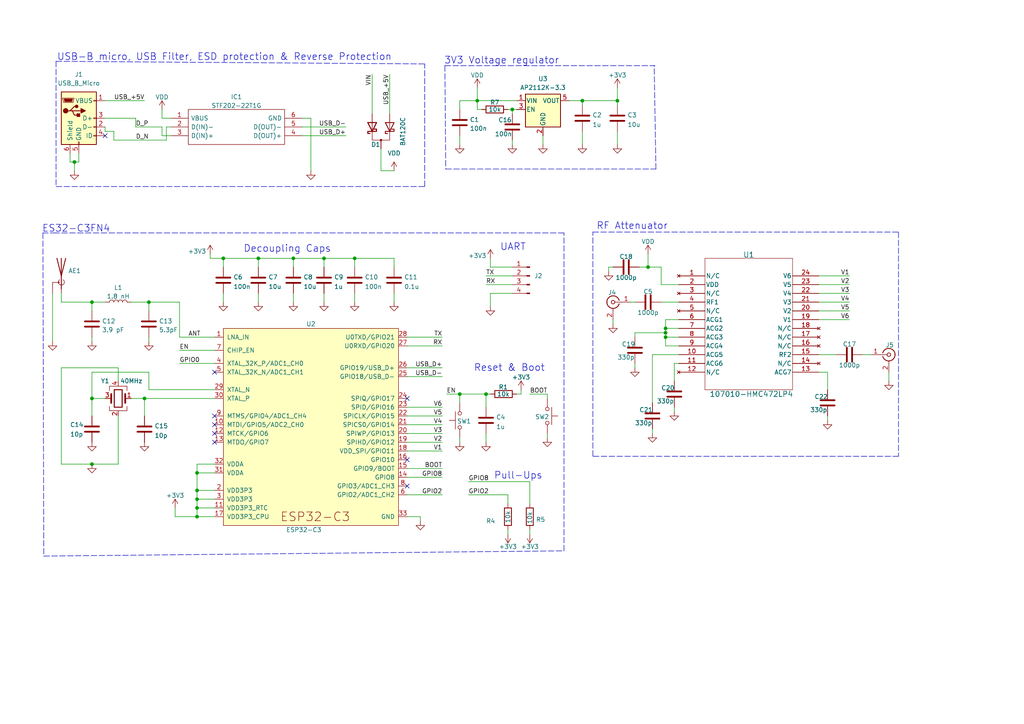
<source format=kicad_sch>
(kicad_sch (version 20250114) (generator "eeschema") (generator_version "9.0")
  (paper "A4")
  (title_block (title "Digital RF Attenuator") (date "05-01-2026") (company "Self"))
  (lib_symbols
    (symbol "Connector:Conn_01x04_Pin" (pin_names (offset 1.016) (hide yes))
      (property "Reference" "J" (at 0 5.08 0))
      (property "Value" "Conn_01x04_Pin" (at 0 -7.62 0))
      (symbol "Conn_01x04_Pin_1_1"
        (pin passive line (at 5.08 2.54 180) (length 3.81) (name "Pin_1") (number "1"))
        (pin passive line (at 5.08 0 180) (length 3.81) (name "Pin_2") (number "2"))
        (pin passive line (at 5.08 -2.54 180) (length 3.81) (name "Pin_3") (number "3"))
        (pin passive line (at 5.08 -5.08 180) (length 3.81) (name "Pin_4") (number "4"))
      )
    )
    (symbol "Connector:Conn_Coaxial" (pin_names (offset 1.016) (hide yes))
      (property "Reference" "J" (at 0.254 3.048 0))
      (property "Value" "Conn_Coaxial" (at 2.921 0 90))
      (symbol "Conn_Coaxial_1_1"
        (pin passive line (at -5.08 0 0) (length 2.54) (name "In") (number "1"))
        (pin passive line (at 0 -5.08 90) (length 2.54) (name "Ext") (number "2"))
      )
    )
    (symbol "Connector:USB_B_Micro" (pin_names (offset 1.016))
      (property "Reference" "J" (at -5.08 11.43 0))
      (property "Value" "USB_B_Micro" (at -5.08 8.89 0))
      (symbol "USB_B_Micro_1_1"
        (pin passive line (at -2.54 -10.16 90) (length 2.54) (name "Shield") (number "6"))
        (pin power_out line (at 0 -10.16 90) (length 2.54) (name "GND") (number "5"))
        (pin power_out line (at 7.62 5.08 180) (length 2.54) (name "VBUS") (number "1"))
        (pin bidirectional line (at 7.62 0 180) (length 2.54) (name "D+") (number "3"))
        (pin bidirectional line (at 7.62 -2.54 180) (length 2.54) (name "D-") (number "2"))
        (pin passive line (at 7.62 -5.08 180) (length 2.54) (name "ID") (number "4"))
      )
    )
    (symbol "Device:Antenna_Shield" (pin_numbers (hide yes)) (pin_names (offset 1.016) (hide yes))
      (property "Reference" "AE" (at -1.905 4.445 0))
      (property "Value" "Antenna_Shield" (at -1.905 2.54 0))
      (symbol "Antenna_Shield_1_1"
        (pin input line (at 0 -5.08 90) (length 2.54) (name "A") (number "1"))
        (pin input line (at 2.54 -5.08 90) (length 2.54) (name "Shield") (number "2"))
      )
    )
    (symbol "Device:C" (pin_numbers (hide yes)) (pin_names (offset 0.254))
      (property "Reference" "C" (at 0.635 2.54 0))
      (property "Value" "C" (at 0.635 -2.54 0))
      (symbol "C_1_1"
        (pin passive line (at 0 3.81 270) (length 2.794) (name "~") (number "1"))
        (pin passive line (at 0 -3.81 90) (length 2.794) (name "~") (number "2"))
      )
    )
    (symbol "Device:Crystal_GND24" (pin_names (offset 1.016) (hide yes))
      (property "Reference" "Y" (at 3.175 5.08 0))
      (property "Value" "Crystal_GND24" (at 3.175 3.175 0))
      (symbol "Crystal_GND24_1_1"
        (pin passive line (at -3.81 0 0) (length 1.27) (name "1") (number "1"))
        (pin passive line (at 0 5.08 270) (length 1.27) (name "2") (number "2"))
        (pin passive line (at 0 -5.08 90) (length 1.27) (name "4") (number "4"))
        (pin passive line (at 3.81 0 180) (length 1.27) (name "3") (number "3"))
      )
    )
    (symbol "Device:L" (pin_numbers (hide yes)) (pin_names (offset 1.016) (hide yes))
      (property "Reference" "L" (at -1.27 0 90))
      (property "Value" "L" (at 1.905 0 90))
      (symbol "L_1_1"
        (pin passive line (at 0 3.81 270) (length 1.27) (name "1") (number "1"))
        (pin passive line (at 0 -3.81 90) (length 1.27) (name "2") (number "2"))
      )
    )
    (symbol "Device:R" (pin_numbers (hide yes)) (pin_names (offset 0))
      (property "Reference" "R" (at 2.032 0 90))
      (property "Value" "R" (at 0 0 90))
      (symbol "R_1_1"
        (pin passive line (at 0 3.81 270) (length 1.27) (name "~") (number "1"))
        (pin passive line (at 0 -3.81 90) (length 1.27) (name "~") (number "2"))
      )
    )
    (symbol "Diode:C4D10120D" (pin_numbers (hide yes)) (pin_names (offset 1.016) (hide yes))
      (property "Reference" "D1" (at 0.0635 7.5098 0))
      (property "Value" "BAT120C" (at 0.0635 4.9729 0))
      (symbol "C4D10120D_1_1"
        (pin passive line (at -5.08 2.54 0) (length 2.54) (name "A1") (number "1"))
        (pin passive line (at -5.08 -2.54 0) (length 2.54) (name "A2") (number "3"))
        (pin passive line (at 5.08 0 180) (length 2.54) (name "K") (number "4"))
      )
    )
    (symbol "Espressif:ESP32-C3" (pin_names (offset 1.016))
      (property "Reference" "U" (at 0 31.75 0))
      (property "Value" "ESP32-C3" (at 0 -27.94 0))
      (symbol "ESP32-C3_0_0"
        (text "ESP32-C3" (at 1.27 -24.13 0) (effects (font (size 2.54 2.54))))
        (pin bidirectional line (at -27.94 27.94 0) (length 2.54) (name "LNA_IN") (number "1"))
        (pin input line (at -27.94 24.13 0) (length 2.54) (name "CHIP_EN") (number "7"))
        (pin output line (at -27.94 20.32 0) (length 2.54) (name "XTAL_32K_P/ADC1_CH0") (number "4"))
        (pin input line (at -27.94 17.78 0) (length 2.54) (name "XTAL_32K_N/ADC1_CH1") (number "5"))
        (pin output line (at -27.94 12.7 0) (length 2.54) (name "XTAL_N") (number "29"))
        (pin input line (at -27.94 10.16 0) (length 2.54) (name "XTAL_P") (number "30"))
        (pin bidirectional line (at -27.94 5.08 0) (length 2.54) (name "MTMS/GPIO4/ADC1_CH4") (number "9"))
        (pin bidirectional line (at -27.94 2.54 0) (length 2.54) (name "MTDI/GPIO5/ADC2_CH0") (number "10"))
        (pin bidirectional line (at -27.94 0 0) (length 2.54) (name "MTCK/GPIO6") (number "12"))
        (pin bidirectional line (at -27.94 -2.54 0) (length 2.54) (name "MTDO/GPIO7") (number "13"))
        (pin power_in line (at -27.94 -8.89 0) (length 2.54) (name "VDDA") (number "32"))
        (pin power_in line (at -27.94 -11.43 0) (length 2.54) (name "VDDA") (number "31"))
        (pin power_in line (at -27.94 -16.51 0) (length 2.54) (name "VDD3P3") (number "2"))
        (pin power_in line (at -27.94 -19.05 0) (length 2.54) (name "VDD3P3") (number "3"))
        (pin power_in line (at -27.94 -21.59 0) (length 2.54) (name "VDD3P3_RTC") (number "11"))
        (pin power_in line (at -27.94 -24.13 0) (length 2.54) (name "VDD3P3_CPU") (number "17"))
        (pin bidirectional line (at 27.94 27.94 180) (length 2.54) (name "U0TXD/GPIO21") (number "28"))
        (pin bidirectional line (at 27.94 25.4 180) (length 2.54) (name "U0RXD/GPIO20") (number "27"))
        (pin bidirectional line (at 27.94 19.05 180) (length 2.54) (name "GPIO19/USB_D+") (number "26"))
        (pin bidirectional line (at 27.94 16.51 180) (length 2.54) (name "GPIO18/USB_D-") (number "25"))
        (pin bidirectional line (at 27.94 10.16 180) (length 2.54) (name "SPIQ/GPIO17") (number "24"))
        (pin bidirectional line (at 27.94 7.62 180) (length 2.54) (name "SPID/GPIO16") (number "23"))
        (pin bidirectional line (at 27.94 5.08 180) (length 2.54) (name "SPICLK/GPIO15") (number "22"))
        (pin bidirectional line (at 27.94 2.54 180) (length 2.54) (name "SPICS0/GPIO14") (number "21"))
        (pin bidirectional line (at 27.94 0 180) (length 2.54) (name "SPIWP/GPIO13") (number "20"))
        (pin bidirectional line (at 27.94 -2.54 180) (length 2.54) (name "SPIHD/GPIO12") (number "19"))
        (pin bidirectional line (at 27.94 -5.08 180) (length 2.54) (name "VDD_SPI/GPIO11") (number "18"))
        (pin bidirectional line (at 27.94 -7.62 180) (length 2.54) (name "GPIO10") (number "16"))
        (pin bidirectional line (at 27.94 -10.16 180) (length 2.54) (name "GPIO9/BOOT") (number "15"))
        (pin bidirectional line (at 27.94 -12.7 180) (length 2.54) (name "GPIO8") (number "14"))
        (pin bidirectional line (at 27.94 -15.24 180) (length 2.54) (name "GPIO3/ADC1_CH3") (number "8"))
        (pin bidirectional line (at 27.94 -17.78 180) (length 2.54) (name "GPIO2/ADC1_CH2") (number "6"))
        (pin power_in line (at 27.94 -24.13 180) (length 2.54) (name "GND") (number "33"))
      )
    )
    (symbol "HMC472LP4:107010-HMC472LP4" (pin_names (offset 0.254))
      (property "Reference" "U" (at 20.32 10.16 0))
      (property "Value" "107010-HMC472LP4" (at 20.32 7.62 0))
      (symbol "107010-HMC472LP4_0_1"
        (pin no_connect line (at 0 0 0) (length 7.62) (name "N/C") (number "1"))
        (pin power_in line (at 0 -2.54 0) (length 7.62) (name "VDD") (number "2"))
        (pin no_connect line (at 0 -5.08 0) (length 7.62) (name "N/C") (number "3"))
        (pin bidirectional line (at 0 -7.62 0) (length 7.62) (name "RF1") (number "4"))
        (pin no_connect line (at 0 -10.16 0) (length 7.62) (name "N/C") (number "5"))
        (pin bidirectional line (at 0 -12.7 0) (length 7.62) (name "ACG1") (number "6"))
        (pin bidirectional line (at 0 -15.24 0) (length 7.62) (name "ACG2") (number "7"))
        (pin bidirectional line (at 0 -17.78 0) (length 7.62) (name "ACG3") (number "8"))
        (pin bidirectional line (at 0 -20.32 0) (length 7.62) (name "ACG4") (number "9"))
        (pin bidirectional line (at 0 -22.86 0) (length 7.62) (name "ACG5") (number "10"))
        (pin bidirectional line (at 0 -25.4 0) (length 7.62) (name "ACG6") (number "11"))
        (pin no_connect line (at 0 -27.94 0) (length 7.62) (name "N/C") (number "12"))
        (pin bidirectional line (at 40.64 0 180) (length 7.62) (name "V6") (number "24"))
        (pin bidirectional line (at 40.64 -2.54 180) (length 7.62) (name "V5") (number "23"))
        (pin bidirectional line (at 40.64 -5.08 180) (length 7.62) (name "V4") (number "22"))
        (pin bidirectional line (at 40.64 -7.62 180) (length 7.62) (name "V3") (number "21"))
        (pin bidirectional line (at 40.64 -10.16 180) (length 7.62) (name "V2") (number "20"))
        (pin bidirectional line (at 40.64 -12.7 180) (length 7.62) (name "V1") (number "19"))
        (pin no_connect line (at 40.64 -15.24 180) (length 7.62) (name "N/C") (number "18"))
        (pin no_connect line (at 40.64 -17.78 180) (length 7.62) (name "N/C") (number "17"))
        (pin no_connect line (at 40.64 -20.32 180) (length 7.62) (name "N/C") (number "16"))
        (pin bidirectional line (at 40.64 -22.86 180) (length 7.62) (name "RF2") (number "15"))
        (pin no_connect line (at 40.64 -25.4 180) (length 7.62) (name "N/C") (number "14"))
        (pin bidirectional line (at 40.64 -27.94 180) (length 7.62) (name "ACG7") (number "13"))
      )
    )
    (symbol "Regulator_Linear:AP2112K-3.3" (pin_names (offset 0.254))
      (property "Reference" "U" (at -5.08 5.715 0))
      (property "Value" "AP2112K-3.3" (at 0 5.715 0))
      (symbol "AP2112K-3.3_1_1"
        (pin power_in line (at -7.62 2.54 0) (length 2.54) (name "VIN") (number "1"))
        (pin input line (at -7.62 0 0) (length 2.54) (name "EN") (number "3"))
        (pin power_in line (at 0 -7.62 90) (length 2.54) (name "GND") (number "2"))
        (pin no_connect line (at 5.08 0 180) (length 2.54) (hide yes) (name "NC") (number "4"))
        (pin power_out line (at 7.62 2.54 180) (length 2.54) (name "VOUT") (number "5"))
      )
    )
    (symbol "STF202-22T1G_1" (pin_names (offset 0.762))
      (property "Reference" "IC1" (at 19.05 6.189 0))
      (property "Value" "STF202-22T1G" (at 19.05 3.6521 0))
      (symbol "STF202-22T1G_1_0_0"
        (pin passive line (at 0 0 0) (length 5.08) (name "VBUS") (number "1"))
        (pin passive line (at 38.1 0 180) (length 5.08) (name "GND") (number "6"))
      )
      (symbol "STF202-22T1G_1_1_0"
        (pin passive line (at 0 -2.54 0) (length 5.08) (name "D(IN)-") (number "2"))
        (pin passive line (at 0 -5.08 0) (length 5.08) (name "D(IN)+") (number "3"))
        (pin passive line (at 38.1 -2.54 180) (length 5.08) (name "D(OUT)-") (number "5"))
        (pin passive line (at 38.1 -5.08 180) (length 5.08) (name "D(OUT)+") (number "4"))
      )
    )
    (symbol "Switch:SW_Push" (pin_numbers (hide yes)) (pin_names (offset 1.016) (hide yes))
      (property "Reference" "SW" (at 1.27 2.54 0))
      (property "Value" "SW_Push" (at 0 -1.524 0))
      (symbol "SW_Push_0_1"
        (pin passive line (at -5.08 0 0) (length 2.54) (name "1") (number "1"))
        (pin passive line (at 5.08 0 180) (length 2.54) (name "2") (number "2"))
      )
    )
    (symbol "power:+3V3" (power) (pin_names (offset 0))
      (property "Value" "+3V3" (at 0 3.556 0))
      (symbol "+3V3_1_1"
        (pin power_in line (at 0 0 90) (length 0) (hide yes) (name "+3V3") (number "1"))
      )
    )
    (symbol "power:GND" (power) (pin_names (offset 0))
      (property "Value" "GND" (at 0 -3.81 0))
      (symbol "GND_1_1"
        (pin power_in line (at 0 0 270) (length 0) (hide yes) (name "GND") (number "1"))
      )
    )
    (symbol "power:VDD" (power) (pin_names (offset 0))
      (property "Value" "VDD" (at 0 3.81 0))
      (symbol "VDD_1_1"
        (pin power_in line (at 0 0 90) (length 0) (hide yes) (name "VDD") (number "1"))
      )
    )
  )
  (text "3V3 Voltage regulator" (at 128.778 18.796 0) (effects (font (size 2 2)) (justify left bottom)))
  (text "Reset & Boot" (at 137.414 107.95 0) (effects (font (size 2 2)) (justify left bottom)))
  (text "Decoupling Caps" (at 70.612 73.406 0) (effects (font (size 2 2)) (justify left bottom)))
  (text "UART" (at 145.034 72.898 0) (effects (font (size 2 2)) (justify left bottom)))
  (text "ES32-C3FN4" (at 12.192 67.564 0) (effects (font (size 2 2)) (justify left bottom)))
  (text "USB-B micro, USB Filter, ESD protection & Reverse Protection" (at 16.51 17.78 0) (effects (font (size 2 2)) (justify left bottom)))
  (text "RF Attenuator" (at 172.974 66.802 0) (effects (font (size 2 2)) (justify left bottom)))
  (text "Pull-Ups" (at 143.256 139.192 0) (effects (font (size 2 2)) (justify left bottom)))
  (junction (at 21.59 46.99))
  (junction (at 74.93 74.93))
  (junction (at 57.15 137.16))
  (junction (at 102.87 74.93))
  (junction (at 138.43 29.21))
  (junction (at 168.91 29.21))
  (junction (at 26.67 134.62))
  (junction (at 179.07 29.21))
  (junction (at 193.04 95.25))
  (junction (at 43.18 87.63))
  (junction (at 140.97 114.3))
  (junction (at 57.15 147.32))
  (junction (at 133.35 114.3))
  (junction (at 57.15 144.78))
  (junction (at 26.67 115.57))
  (junction (at 85.09 74.93))
  (junction (at 41.91 115.57))
  (junction (at 193.04 97.79))
  (junction (at 193.04 96.52))
  (junction (at 187.96 77.47))
  (junction (at 57.15 149.86))
  (junction (at 26.67 87.63))
  (junction (at 93.98 74.93))
  (junction (at 64.77 74.93))
  (junction (at 148.59 31.75))
  (junction (at 57.15 142.24))
  (no_connect (at 62.23 128.27))
  (no_connect (at 30.48 39.37))
  (no_connect (at 118.11 115.57))
  (no_connect (at 62.23 120.65))
  (no_connect (at 118.11 140.97))
  (no_connect (at 62.23 107.95))
  (no_connect (at 62.23 125.73))
  (no_connect (at 118.11 133.35))
  (no_connect (at 62.23 123.19))
  (wire (pts (xy 17.78 134.62) (xy 26.67 134.62)))
  (wire (pts (xy 90.17 34.29) (xy 90.17 49.53)))
  (wire (pts (xy 237.49 107.95) (xy 240.03 107.95)))
  (wire (pts (xy 57.15 134.62) (xy 62.23 134.62)))
  (wire (pts (xy 64.77 74.93) (xy 74.93 74.93)))
  (wire (pts (xy 110.49 43.18) (xy 110.49 49.53)))
  (wire (pts (xy 21.59 46.99) (xy 22.86 46.99)))
  (wire (pts (xy 41.91 115.57) (xy 62.23 115.57)))
  (wire (pts (xy 176.53 78.74) (xy 176.53 77.47)))
  (wire (pts (xy 107.95 21.59) (xy 107.95 33.02)))
  (wire (pts (xy 184.15 87.63) (xy 182.88 87.63)))
  (wire (pts (xy 138.43 25.4) (xy 138.43 29.21)))
  (wire (pts (xy 50.8 149.86) (xy 57.15 149.86)))
  (wire (pts (xy 22.86 46.99) (xy 22.86 44.45)))
  (wire (pts (xy 93.98 74.93) (xy 102.87 74.93)))
  (wire (pts (xy 62.23 149.86) (xy 57.15 149.86)))
  (wire (pts (xy 15.24 85.09) (xy 15.24 99.06)))
  (wire (pts (xy 176.53 77.47) (xy 177.8 77.47)))
  (wire (pts (xy 142.24 74.93) (xy 142.24 77.47)))
  (wire (pts (xy 168.91 29.21) (xy 179.07 29.21)))
  (wire (pts (xy 38.1 115.57) (xy 41.91 115.57)))
  (wire (pts (xy 46.99 31.75) (xy 46.99 34.29)))
  (wire (pts (xy 87.63 39.37) (xy 100.33 39.37)))
  (wire (pts (xy 114.3 49.53) (xy 110.49 49.53)))
  (wire (pts (xy 57.15 134.62) (xy 57.15 137.16)))
  (wire (pts (xy 121.92 149.86) (xy 118.11 149.86)))
  (wire (pts (xy 57.15 144.78) (xy 57.15 147.32)))
  (wire (pts (xy 240.03 107.95) (xy 240.03 113.03)))
  (wire (pts (xy 30.48 38.1) (xy 33.02 38.1)))
  (wire (pts (xy 257.81 107.95) (xy 257.81 110.49)))
  (wire (pts (xy 158.75 125.73) (xy 158.75 127)))
  (wire (pts (xy 34.29 120.65) (xy 34.29 134.62)))
  (wire (pts (xy 102.87 74.93) (xy 102.87 77.47)))
  (wire (pts (xy 20.32 44.45) (xy 20.32 46.99)))
  (wire (pts (xy 43.18 87.63) (xy 43.18 90.17)))
  (wire (pts (xy 138.43 31.75) (xy 138.43 29.21)))
  (wire (pts (xy 118.11 100.33) (xy 128.27 100.33)))
  (polyline (pts (xy 163.576 159.766) (xy 163.576 67.564)) (stroke (width 0) (type dash)))
  (wire (pts (xy 43.18 107.95) (xy 26.67 107.95)))
  (wire (pts (xy 87.63 36.83) (xy 100.33 36.83)))
  (wire (pts (xy 168.91 29.21) (xy 168.91 30.48)))
  (wire (pts (xy 237.49 90.17) (xy 246.38 90.17)))
  (wire (pts (xy 52.07 105.41) (xy 62.23 105.41)))
  (wire (pts (xy 114.3 74.93) (xy 114.3 77.47)))
  (wire (pts (xy 17.78 87.63) (xy 26.67 87.63)))
  (wire (pts (xy 39.37 36.83) (xy 46.99 36.83)))
  (wire (pts (xy 93.98 74.93) (xy 93.98 77.47)))
  (wire (pts (xy 148.59 31.75) (xy 148.59 33.02)))
  (wire (pts (xy 33.02 38.1) (xy 33.02 40.64)))
  (wire (pts (xy 85.09 74.93) (xy 93.98 74.93)))
  (wire (pts (xy 187.96 73.66) (xy 187.96 77.47)))
  (wire (pts (xy 142.24 77.47) (xy 148.59 77.47)))
  (polyline (pts (xy 123.19 54.102) (xy 123.19 18.542)) (stroke (width 0) (type dash)))
  (wire (pts (xy 57.15 144.78) (xy 62.23 144.78)))
  (wire (pts (xy 118.11 128.27) (xy 128.27 128.27)))
  (wire (pts (xy 49.53 39.37) (xy 46.99 39.37)))
  (wire (pts (xy 93.98 85.09) (xy 93.98 87.63)))
  (wire (pts (xy 142.24 85.09) (xy 142.24 88.9)))
  (polyline (pts (xy 190.246 49.022) (xy 189.738 19.05)) (stroke (width 0) (type dash)))
  (wire (pts (xy 195.58 105.41) (xy 196.85 105.41)))
  (wire (pts (xy 240.03 121.92) (xy 240.03 120.65)))
  (wire (pts (xy 46.99 34.29) (xy 49.53 34.29)))
  (polyline (pts (xy 171.958 132.334) (xy 171.958 67.31)) (stroke (width 0) (type dash)))
  (polyline (pts (xy 12.446 67.564) (xy 12.7 161.29)) (stroke (width 0) (type dash)))
  (wire (pts (xy 118.11 135.89) (xy 128.27 135.89)))
  (wire (pts (xy 41.91 115.57) (xy 41.91 120.65)))
  (wire (pts (xy 148.59 85.09) (xy 142.24 85.09)))
  (wire (pts (xy 147.32 143.51) (xy 147.32 146.05)))
  (polyline (pts (xy 260.604 67.31) (xy 260.604 132.334)) (stroke (width 0) (type dash)))
  (wire (pts (xy 26.67 107.95) (xy 26.67 115.57)))
  (wire (pts (xy 33.02 40.64) (xy 48.26 40.64)))
  (wire (pts (xy 185.42 77.47) (xy 187.96 77.47)))
  (polyline (pts (xy 16.256 67.564) (xy 12.446 67.564)) (stroke (width 0) (type dash)))
  (wire (pts (xy 102.87 74.93) (xy 114.3 74.93)))
  (wire (pts (xy 74.93 74.93) (xy 85.09 74.93)))
  (wire (pts (xy 191.77 87.63) (xy 196.85 87.63)))
  (polyline (pts (xy 16.256 17.78) (xy 16.256 53.594)) (stroke (width 0) (type dash)))
  (wire (pts (xy 113.03 21.59) (xy 113.03 33.02)))
  (wire (pts (xy 17.78 85.09) (xy 17.78 87.63)))
  (wire (pts (xy 179.07 38.1) (xy 179.07 41.91)))
  (wire (pts (xy 191.77 82.55) (xy 196.85 82.55)))
  (wire (pts (xy 26.67 134.62) (xy 34.29 134.62)))
  (polyline (pts (xy 12.7 161.29) (xy 163.576 159.766)) (stroke (width 0) (type dash)))
  (wire (pts (xy 135.89 143.51) (xy 147.32 143.51)))
  (wire (pts (xy 52.07 97.79) (xy 52.07 87.63)))
  (wire (pts (xy 237.49 102.87) (xy 242.57 102.87)))
  (wire (pts (xy 38.1 87.63) (xy 43.18 87.63)))
  (wire (pts (xy 237.49 92.71) (xy 246.38 92.71)))
  (wire (pts (xy 60.96 73.66) (xy 60.96 74.93)))
  (wire (pts (xy 118.11 125.73) (xy 128.27 125.73)))
  (wire (pts (xy 39.37 34.29) (xy 39.37 36.83)))
  (wire (pts (xy 148.59 40.64) (xy 148.59 41.91)))
  (wire (pts (xy 52.07 97.79) (xy 62.23 97.79)))
  (wire (pts (xy 57.15 142.24) (xy 62.23 142.24)))
  (wire (pts (xy 151.13 113.03) (xy 151.13 114.3)))
  (wire (pts (xy 133.35 127) (xy 133.35 128.27)))
  (wire (pts (xy 191.77 77.47) (xy 187.96 77.47)))
  (wire (pts (xy 140.97 125.73) (xy 140.97 128.27)))
  (wire (pts (xy 43.18 113.03) (xy 62.23 113.03)))
  (wire (pts (xy 133.35 29.21) (xy 138.43 29.21)))
  (wire (pts (xy 193.04 92.71) (xy 193.04 95.25)))
  (wire (pts (xy 179.07 29.21) (xy 179.07 30.48)))
  (wire (pts (xy 26.67 115.57) (xy 26.67 120.65)))
  (wire (pts (xy 133.35 114.3) (xy 140.97 114.3)))
  (wire (pts (xy 138.43 29.21) (xy 149.86 29.21)))
  (wire (pts (xy 191.77 77.47) (xy 191.77 82.55)))
  (wire (pts (xy 26.67 90.17) (xy 26.67 87.63)))
  (wire (pts (xy 46.99 39.37) (xy 46.99 36.83)))
  (wire (pts (xy 26.67 87.63) (xy 30.48 87.63)))
  (polyline (pts (xy 163.576 67.564) (xy 16.256 67.564)) (stroke (width 0) (type dash)))
  (wire (pts (xy 118.11 130.81) (xy 128.27 130.81)))
  (wire (pts (xy 168.91 38.1) (xy 168.91 41.91)))
  (wire (pts (xy 52.07 87.63) (xy 43.18 87.63)))
  (wire (pts (xy 133.35 114.3) (xy 133.35 116.84)))
  (wire (pts (xy 43.18 97.79) (xy 43.18 99.06)))
  (wire (pts (xy 138.43 31.75) (xy 139.7 31.75)))
  (wire (pts (xy 60.96 74.93) (xy 64.77 74.93)))
  (wire (pts (xy 193.04 97.79) (xy 193.04 100.33)))
  (wire (pts (xy 140.97 114.3) (xy 142.24 114.3)))
  (wire (pts (xy 158.75 114.3) (xy 158.75 115.57)))
  (wire (pts (xy 193.04 96.52) (xy 193.04 97.79)))
  (wire (pts (xy 153.67 139.7) (xy 135.89 139.7)))
  (wire (pts (xy 237.49 85.09) (xy 246.38 85.09)))
  (wire (pts (xy 57.15 149.86) (xy 57.15 147.32)))
  (wire (pts (xy 57.15 137.16) (xy 57.15 142.24)))
  (wire (pts (xy 133.35 29.21) (xy 133.35 31.75)))
  (wire (pts (xy 118.11 123.19) (xy 128.27 123.19)))
  (wire (pts (xy 118.11 138.43) (xy 128.27 138.43)))
  (wire (pts (xy 193.04 100.33) (xy 196.85 100.33)))
  (wire (pts (xy 148.59 31.75) (xy 149.86 31.75)))
  (wire (pts (xy 34.29 106.68) (xy 17.78 106.68)))
  (wire (pts (xy 43.18 113.03) (xy 43.18 107.95)))
  (wire (pts (xy 121.92 151.13) (xy 121.92 149.86)))
  (polyline (pts (xy 16.256 17.78) (xy 123.19 18.542)) (stroke (width 0) (type dash)))
  (wire (pts (xy 34.29 110.49) (xy 34.29 106.68)))
  (wire (pts (xy 151.13 114.3) (xy 149.86 114.3)))
  (wire (pts (xy 118.11 97.79) (xy 128.27 97.79)))
  (polyline (pts (xy 129.032 19.05) (xy 129.286 49.022)) (stroke (width 0) (type dash)))
  (wire (pts (xy 57.15 137.16) (xy 62.23 137.16)))
  (wire (pts (xy 114.3 85.09) (xy 114.3 87.63)))
  (wire (pts (xy 184.15 106.68) (xy 184.15 105.41)))
  (wire (pts (xy 193.04 95.25) (xy 193.04 96.52)))
  (wire (pts (xy 21.59 49.53) (xy 21.59 46.99)))
  (wire (pts (xy 153.67 154.94) (xy 153.67 153.67)))
  (wire (pts (xy 193.04 97.79) (xy 196.85 97.79)))
  (wire (pts (xy 26.67 97.79) (xy 26.67 99.06)))
  (wire (pts (xy 102.87 85.09) (xy 102.87 87.63)))
  (wire (pts (xy 140.97 114.3) (xy 140.97 118.11)))
  (wire (pts (xy 57.15 142.24) (xy 57.15 144.78)))
  (wire (pts (xy 193.04 95.25) (xy 196.85 95.25)))
  (wire (pts (xy 74.93 85.09) (xy 74.93 87.63)))
  (wire (pts (xy 237.49 87.63) (xy 246.38 87.63)))
  (wire (pts (xy 153.67 146.05) (xy 153.67 139.7)))
  (wire (pts (xy 195.58 119.38) (xy 195.58 118.11)))
  (wire (pts (xy 133.35 39.37) (xy 133.35 41.91)))
  (wire (pts (xy 184.15 96.52) (xy 193.04 96.52)))
  (wire (pts (xy 177.8 93.98) (xy 177.8 92.71)))
  (wire (pts (xy 74.93 74.93) (xy 74.93 77.47)))
  (polyline (pts (xy 260.604 132.334) (xy 171.958 132.334)) (stroke (width 0) (type dash)))
  (wire (pts (xy 20.32 46.99) (xy 21.59 46.99)))
  (wire (pts (xy 118.11 143.51) (xy 128.27 143.51)))
  (wire (pts (xy 49.53 36.83) (xy 48.26 36.83)))
  (wire (pts (xy 50.8 147.32) (xy 50.8 149.86)))
  (wire (pts (xy 140.97 82.55) (xy 148.59 82.55)))
  (wire (pts (xy 85.09 85.09) (xy 85.09 87.63)))
  (wire (pts (xy 195.58 110.49) (xy 195.58 105.41)))
  (wire (pts (xy 30.48 38.1) (xy 30.48 36.83)))
  (polyline (pts (xy 16.256 54.102) (xy 123.19 54.102)) (stroke (width 0) (type dash)))
  (wire (pts (xy 85.09 74.93) (xy 85.09 77.47)))
  (wire (pts (xy 118.11 109.22) (xy 128.27 109.22)))
  (wire (pts (xy 140.97 80.01) (xy 148.59 80.01)))
  (wire (pts (xy 237.49 80.01) (xy 246.38 80.01)))
  (wire (pts (xy 147.32 31.75) (xy 148.59 31.75)))
  (wire (pts (xy 168.91 29.21) (xy 165.1 29.21)))
  (wire (pts (xy 250.19 102.87) (xy 252.73 102.87)))
  (polyline (pts (xy 171.958 67.31) (xy 260.604 67.31)) (stroke (width 0) (type dash)))
  (wire (pts (xy 179.07 25.4) (xy 179.07 29.21)))
  (wire (pts (xy 62.23 147.32) (xy 57.15 147.32)))
  (wire (pts (xy 118.11 106.68) (xy 128.27 106.68)))
  (wire (pts (xy 30.48 34.29) (xy 39.37 34.29)))
  (wire (pts (xy 153.67 114.3) (xy 158.75 114.3)))
  (wire (pts (xy 87.63 34.29) (xy 90.17 34.29)))
  (wire (pts (xy 237.49 82.55) (xy 246.38 82.55)))
  (wire (pts (xy 189.23 125.73) (xy 189.23 124.46)))
  (wire (pts (xy 189.23 102.87) (xy 189.23 116.84)))
  (wire (pts (xy 30.48 29.21) (xy 41.91 29.21)))
  (wire (pts (xy 157.48 41.91) (xy 157.48 39.37)))
  (wire (pts (xy 52.07 101.6) (xy 62.23 101.6)))
  (wire (pts (xy 64.77 77.47) (xy 64.77 74.93)))
  (wire (pts (xy 129.54 114.3) (xy 133.35 114.3)))
  (wire (pts (xy 48.26 36.83) (xy 48.26 40.64)))
  (wire (pts (xy 64.77 85.09) (xy 64.77 87.63)))
  (wire (pts (xy 118.11 120.65) (xy 128.27 120.65)))
  (wire (pts (xy 196.85 92.71) (xy 193.04 92.71)))
  (wire (pts (xy 147.32 154.94) (xy 147.32 153.67)))
  (wire (pts (xy 184.15 97.79) (xy 184.15 96.52)))
  (polyline (pts (xy 129.032 19.05) (xy 189.992 19.05)) (stroke (width 0) (type dash)))
  (polyline (pts (xy 129.286 49.022) (xy 190.246 49.022)) (stroke (width 0) (type dash)))
  (wire (pts (xy 26.67 115.57) (xy 30.48 115.57)))
  (wire (pts (xy 118.11 118.11) (xy 128.27 118.11)))
  (wire (pts (xy 17.78 106.68) (xy 17.78 134.62)))
  (wire (pts (xy 196.85 102.87) (xy 189.23 102.87)))
  (label "USB_+5V" (at 113.03 21.59 270))
  (label "V1" (at 246.38 80.01 180))
  (label "D_P" (at 39.37 36.83 0))
  (label "V3" (at 128.27 125.73 180))
  (label "BOOT" (at 153.67 114.3 0))
  (label "USB_D+" (at 128.27 106.68 180))
  (label "VIN" (at 107.95 21.59 270))
  (label "GPIO0" (at 52.07 105.41 0))
  (label "EN" (at 52.07 101.6 0))
  (label "V6" (at 128.27 118.11 180))
  (label "GPIO2" (at 128.27 143.51 180))
  (label "TX" (at 140.97 80.01 0))
  (label "RX" (at 140.97 82.55 0))
  (label "V1" (at 128.27 130.81 180))
  (label "GPIO8" (at 135.89 139.7 0))
  (label "TX" (at 128.27 97.79 180))
  (label "V5" (at 246.38 90.17 180))
  (label "USB_D-" (at 128.27 109.22 180))
  (label "V6" (at 246.38 92.71 180))
  (label "USB_D-" (at 100.33 36.83 180))
  (label "V2" (at 246.38 82.55 180))
  (label "D_N" (at 39.37 40.64 0))
  (label "V2" (at 128.27 128.27 180))
  (label "EN" (at 129.54 114.3 0))
  (label "V4" (at 246.38 87.63 180))
  (label "V4" (at 128.27 123.19 180))
  (label "GPIO2" (at 135.89 143.51 0))
  (label "ANT" (at 54.61 97.79 0))
  (label "V3" (at 246.38 85.09 180))
  (label "USB_+5V" (at 41.91 29.21 180))
  (label "GPIO8" (at 128.27 138.43 180))
  (label "BOOT" (at 128.27 135.89 180))
  (label "RX" (at 128.27 100.33 180))
  (label "USB_D+" (at 100.33 39.37 180))
  (label "V5" (at 128.27 120.65 180))
  (symbol (lib_id "power:GND") (at 176.53 78.74 0) (unit 1)
    (property "Reference" "#PWR038" (effects (hide yes)))
    (property "Value" "GND" (effects (hide yes)))
  )
  (symbol (lib_id "Device:C") (at 140.97 121.92 0) (unit 1)
    (property "Reference" "C4" (at 143.891 121.0115 0) (effects (justify left)))
    (property "Value" "1u" (at 143.891 123.7866 0) (effects (justify left)))
    (property "Footprint" "Capacitor_SMD:C_0603_1608Metric" (effects (hide yes)))
    (property "Datasheet" "https://www.tme.eu/Document/4a42202b32dab16128fe107dd69598cc/samsung-chip-cap.pdf" (effects (hide yes)))
    (property "Distributor" "https://www.tme.eu/cz/details/cl10a105kp8nnnc/kondenzatory-mlcc-smd-0603/samsung/" (effects (hide yes)))
  )
  (symbol (lib_id "Device:C") (at 26.67 93.98 0) (unit 1)
    (property "Reference" "C12" (at 29.591 93.1453 0) (effects (justify left)))
    (property "Value" "3.9 pF" (at 29.591 95.6822 0) (effects (justify left)))
    (property "Footprint" "Capacitor_SMD:C_0603_1608Metric" (effects (hide yes)))
    (property "Datasheet" "https://cz.mouser.com/datasheet/2/281/1/GRM1885C2A3R9BA01_01A-1985303.pdf" (effects (hide yes)))
    (property "Distributor" "https://cz.mouser.com/ProductDetail/Murata-Electronics/GRM1885C2A3R9BA01D?qs=4W3PNmGdEWEmpDv2WaSz6Q%3D%3D" (effects (hide yes)))
  )
  (symbol (lib_id "Device:C") (at 168.91 34.29 0) (unit 1)
    (property "Reference" "C2" (at 171.831 33.3815 0) (effects (justify left)))
    (property "Value" "1u" (at 171.831 36.1566 0) (effects (justify left)))
    (property "Footprint" "Capacitor_SMD:C_0603_1608Metric" (effects (hide yes)))
    (property "Datasheet" "https://www.tme.eu/Document/4a42202b32dab16128fe107dd69598cc/samsung-chip-cap.pdf" (effects (hide yes)))
    (property "Distributor" "https://www.tme.eu/cz/details/cl10a105kp8nnnc/kondenzatory-mlcc-smd-0603/samsung/" (effects (hide yes)))
  )
  (symbol (lib_id "power:VDD") (at 114.3 49.53 0) (unit 1)
    (property "Reference" "#PWR035" (effects (hide yes)))
    (property "Value" "VDD" (at 114.3 44.45 0))
  )
  (symbol (lib_id "power:+3V3") (at 50.8 147.32 0) (unit 1)
    (property "Reference" "#PWR031" (effects (hide yes)))
    (property "Value" "+3V3" (at 50.8 143.7155 0))
  )
  (symbol (lib_id "power:GND") (at 133.35 128.27 0) (unit 1)
    (property "Reference" "#PWR013" (effects (hide yes)))
    (property "Value" "GND" (effects (hide yes)))
  )
  (symbol (lib_id "power:GND") (at 43.18 99.06 0) (unit 1)
    (property "Reference" "#PWR026" (effects (hide yes)))
    (property "Value" "GND" (effects (hide yes)))
  )
  (symbol (lib_id "Device:C") (at 195.58 114.3 0) (unit 1)
    (property "Reference" "C20" (at 191.77 112.522 0) (effects (justify left)))
    (property "Value" "330p" (at 190.5 116.332 0) (effects (justify left)))
    (property "Footprint" "Capacitor_SMD:C_0603_1608Metric" (effects (hide yes)))
    (property "Datasheet" "https://www.tme.eu/Document/4a42202b32dab16128fe107dd69598cc/samsung-chip-cap.pdf" (effects (hide yes)))
    (property "Distributor" "https://www.tme.eu/cz/details/cl10a105kp8nnnc/kondenzatory-mlcc-smd-0603/samsung/" (effects (hide yes)))
  )
  (symbol (lib_id "HMC472LP4:107010-HMC472LP4") (at 196.85 80.01 0) (unit 1)
    (property "Reference" "U1" (at 217.17 73.914 0) (effects (font (size 1.524 1.524))))
    (property "Value" "107010-HMC472LP4" (at 217.932 114.3 0) (effects (font (size 1.524 1.524))))
    (property "Footprint" "HMC472LP4:SMT_24_ADI" (effects (hide yes)))
    (property "Datasheet" "107010-HMC472LP4" (effects (hide yes)))
  )
  (symbol (lib_id "Device:C") (at 246.38 102.87 90) (unit 1)
    (property "Reference" "C17" (at 246.38 99.822 90))
    (property "Value" "1000p" (at 246.38 105.918 90))
    (property "Footprint" "Capacitor_SMD:C_0603_1608Metric" (effects (hide yes)))
    (property "Datasheet" "https://www.tme.eu/Document/4a42202b32dab16128fe107dd69598cc/samsung-chip-cap.pdf" (effects (hide yes)))
    (property "Distributor" "https://www.tme.eu/cz/details/cl10a105kp8nnnc/kondenzatory-mlcc-smd-0603/samsung/" (effects (hide yes)))
  )
  (symbol (lib_id "power:GND") (at 158.75 127 0) (unit 1)
    (property "Reference" "#PWR015" (effects (hide yes)))
    (property "Value" "GND" (effects (hide yes)))
  )
  (symbol (lib_id "power:GND") (at 184.15 106.68 0) (unit 1)
    (property "Reference" "#PWR039" (effects (hide yes)))
    (property "Value" "GND" (effects (hide yes)))
  )
  (symbol (lib_id "power:GND") (at 148.59 41.91 0) (unit 1)
    (property "Reference" "#PWR027" (effects (hide yes)))
    (property "Value" "GND" (effects (hide yes)))
  )
  (symbol (lib_id "Device:R") (at 146.05 114.3 90) (unit 1)
    (property "Reference" "R1" (at 147.32 112.268 90) (effects (justify left)))
    (property "Value" "10k" (at 147.828 114.3 90) (effects (justify left)))
    (property "Footprint" "Resistor_SMD:R_0603_1608Metric" (effects (hide yes)))
    (property "Datasheet" "https://www.tme.eu/Document/b315665a56acbc42df513c99b390ad98/ROYALOHM-THICKFILM.pdf" (effects (hide yes)))
    (property "Distributor" "https://www.tme.eu/cz/details/smd0603-10k-1%25/rezistory-smd-0603/royal-ohm/0603saf1002t5e/" (effects (hide yes)))
  )
  (symbol (lib_id "Device:Antenna_Shield") (at 17.78 80.01 0) (mirror y) (unit 1)
    (property "Reference" "AE1" (at 19.812 78.5403 0) (effects (justify right)))
    (property "Value" "Antenna_Shield" (effects (hide yes)))
    (property "Footprint" "MIFA_PCB_ANT:ESPRESSIF_ESP32_MIFA_2.4GHz_Right" (effects (hide yes)))
  )
  (symbol (lib_id "Device:Crystal_GND24") (at 34.29 115.57 180) (unit 1)
    (property "Reference" "Y1" (at 30.48 110.49 0))
    (property "Value" "40MHz" (at 38.1 110.49 0))
    (property "Footprint" "Crystal:Crystal_SMD_2016-4Pin_2.0x1.6mm" (effects (hide yes)))
    (property "Datasheet" "https://cz.mouser.com/datasheet/2/122/ECX_1637B2-2400564.pdf" (effects (hide yes)))
    (property "Distributor" "https://cz.mouser.com/ProductDetail/ECS/ECS-400-8-37B2-CWY-TR?qs=aP1CjGhiNiFyo49lyBnESg%3D%3D" (effects (hide yes)))
  )
  (symbol (lib_id "Device:C") (at 43.18 93.98 0) (unit 1)
    (property "Reference" "C13" (at 46.101 93.1453 0) (effects (justify left)))
    (property "Value" "5.3pF" (at 46.101 95.6822 0) (effects (justify left)))
    (property "Footprint" "Capacitor_SMD:C_0603_1608Metric" (effects (hide yes)))
    (property "Datasheet" "https://cz.mouser.com/datasheet/2/281/GCM1885C1H5R3BA16_01-1965865.pdf" (effects (hide yes)))
    (property "Distributor" "https://cz.mouser.com/ProductDetail/Murata-Electronics/GCM1885C1H5R3BA16D?qs=QzBtWTOodeXo%2FHeCEuhFGA%3D%3D" (effects (hide yes)))
  )
  (symbol (lib_id "power:GND") (at 26.67 134.62 0) (unit 1)
    (property "Reference" "#PWR029" (effects (hide yes)))
    (property "Value" "GND" (effects (hide yes)))
  )
  (symbol (lib_id "power:GND") (at 85.09 87.63 0) (unit 1)
    (property "Reference" "#PWR020" (effects (hide yes)))
    (property "Value" "GND" (effects (hide yes)))
  )
  (symbol (lib_id "power:+3V3") (at 142.24 74.93 0) (unit 1)
    (property "Reference" "#PWR011" (effects (hide yes)))
    (property "Value" "+3V3" (at 138.43 74.168 0))
  )
  (symbol (lib_id "power:GND") (at 21.59 49.53 0) (unit 1)
    (property "Reference" "#PWR04" (effects (hide yes)))
    (property "Value" "GND" (effects (hide yes)))
  )
  (symbol (lib_id "Device:C") (at 179.07 34.29 0) (unit 1)
    (property "Reference" "C3" (at 181.991 33.3815 0) (effects (justify left)))
    (property "Value" "10u" (at 181.991 36.1566 0) (effects (justify left)))
    (property "Footprint" "Capacitor_SMD:C_0603_1608Metric" (effects (hide yes)))
    (property "Datasheet" "https://www.tme.eu/Document/4a42202b32dab16128fe107dd69598cc/samsung-chip-cap.pdf" (effects (hide yes)))
    (property "Distributor" "https://www.tme.eu/cz/details/cl10a106mq8nnnc/kondenzatory-mlcc-smd-0603/samsung/" (effects (hide yes)))
  )
  (symbol (lib_id "power:GND") (at 26.67 99.06 0) (unit 1)
    (property "Reference" "#PWR025" (effects (hide yes)))
    (property "Value" "GND" (effects (hide yes)))
  )
  (symbol (lib_id "power:GND") (at 157.48 41.91 0) (unit 1)
    (property "Reference" "#PWR07" (effects (hide yes)))
    (property "Value" "GND" (effects (hide yes)))
  )
  (symbol (lib_id "Device:C") (at 74.93 81.28 0) (unit 1)
    (property "Reference" "C7" (at 77.851 80.3715 0) (effects (justify left)))
    (property "Value" "10u" (at 77.851 83.1466 0) (effects (justify left)))
    (property "Footprint" "Capacitor_SMD:C_0603_1608Metric" (effects (hide yes)))
    (property "Datasheet" "https://www.tme.eu/Document/4a42202b32dab16128fe107dd69598cc/samsung-chip-cap.pdf" (effects (hide yes)))
    (property "Distributor" "https://www.tme.eu/cz/details/cl10a106mq8nnnc/kondenzatory-mlcc-smd-0603/samsung/" (effects (hide yes)))
  )
  (symbol (lib_id "Connector:Conn_01x04_Pin") (at 153.67 80.01 0) (mirror y) (unit 1)
    (property "Reference" "J2" (at 154.94 80.0099 0) (effects (justify right)))
    (property "Value" "Conn_01x04_Pin" (effects (hide yes)))
    (property "Footprint" "Connector_PinHeader_2.54mm:PinHeader_1x04_P2.54mm_Vertical" (effects (hide yes)))
    (property "Description" "Generic connector, single row, 01x04, script generated" (effects (hide yes)))
  )
  (symbol (lib_id "Regulator_Linear:AP2112K-3.3") (at 157.48 31.75 0) (unit 1)
    (property "Reference" "U3" (at 157.48 22.86 0))
    (property "Value" "AP2112K-3.3" (at 157.48 25.4 0))
    (property "Footprint" "Package_TO_SOT_SMD:SOT-23-5" (effects (hide yes)))
    (property "Datasheet" "https://www.diodes.com/assets/Datasheets/AP2112.pdf" (effects (hide yes)))
    (property "Description" "600mA low dropout linear regulator, with enable pin, 3.8V-6V input voltage range, 3.3V fixed positive output, SOT-23-5" (effects (hide yes)))
  )
  (symbol (lib_id "power:GND") (at 240.03 121.92 0) (unit 1)
    (property "Reference" "#PWR042" (effects (hide yes)))
    (property "Value" "GND" (effects (hide yes)))
  )
  (symbol (lib_id "power:GND") (at 114.3 87.63 0) (unit 1)
    (property "Reference" "#PWR023" (effects (hide yes)))
    (property "Value" "GND" (effects (hide yes)))
  )
  (symbol (lib_id "Device:C") (at 93.98 81.28 0) (unit 1)
    (property "Reference" "C9" (at 96.901 80.3715 0) (effects (justify left)))
    (property "Value" "1u" (at 96.901 83.1466 0) (effects (justify left)))
    (property "Footprint" "Capacitor_SMD:C_0603_1608Metric" (effects (hide yes)))
    (property "Datasheet" "https://www.tme.eu/Document/4a42202b32dab16128fe107dd69598cc/samsung-chip-cap.pdf" (effects (hide yes)))
    (property "Distributor" "https://www.tme.eu/cz/details/cl10a105kp8nnnc/kondenzatory-mlcc-smd-0603/samsung/" (effects (hide yes)))
  )
  (symbol (lib_id "power:GND") (at 189.23 125.73 0) (unit 1)
    (property "Reference" "#PWR041" (effects (hide yes)))
    (property "Value" "GND" (effects (hide yes)))
  )
  (symbol (lib_id "power:GND") (at 142.24 88.9 0) (unit 1)
    (property "Reference" "#PWR012" (effects (hide yes)))
    (property "Value" "GND" (effects (hide yes)))
  )
  (symbol (lib_id "power:GND") (at 41.91 128.27 0) (unit 1)
    (property "Reference" "#PWR030" (effects (hide yes)))
    (property "Value" "GND" (effects (hide yes)))
  )
  (symbol (lib_id "power:GND") (at 257.81 110.49 0) (mirror y) (unit 1)
    (property "Reference" "#PWR037" (effects (hide yes)))
    (property "Value" "GND" (effects (hide yes)))
  )
  (symbol (lib_id "power:+3V3") (at 179.07 25.4 0) (unit 1)
    (property "Reference" "#PWR03" (effects (hide yes)))
    (property "Value" "+3V3" (at 179.07 21.7955 0))
  )
  (symbol (lib_id "power:VDD") (at 46.99 31.75 0) (unit 1)
    (property "Reference" "#PWR010" (effects (hide yes)))
    (property "Value" "VDD" (at 46.99 28.1742 0))
  )
  (symbol (lib_id "power:GND") (at 90.17 49.53 0) (unit 1)
    (property "Reference" "#PWR05" (effects (hide yes)))
    (property "Value" "GND" (effects (hide yes)))
  )
  (symbol (lib_id "power:GND") (at 64.77 87.63 0) (unit 1)
    (property "Reference" "#PWR018" (effects (hide yes)))
    (property "Value" "GND" (effects (hide yes)))
  )
  (symbol (lib_id "Device:C") (at 102.87 81.28 0) (unit 1)
    (property "Reference" "C10" (at 105.791 80.3715 0) (effects (justify left)))
    (property "Value" "100n" (at 105.791 83.1466 0) (effects (justify left)))
    (property "Footprint" "Capacitor_SMD:C_0603_1608Metric" (effects (hide yes)))
    (property "Datasheet" "https://www.tme.eu/Document/eac76591771de967084b3ec49540f236/CL10B104KB8NNNC-DTE.pdf" (effects (hide yes)))
    (property "Distributor" "https://www.tme.eu/cz/details/cl10b104kb8nnnc/kondenzatory-mlcc-smd-0603/samsung/" (effects (hide yes)))
  )
  (symbol (lib_id "Device:C") (at 41.91 124.46 0) (unit 1)
    (property "Reference" "C15" (at 44.831 123.5515 0) (effects (justify left)))
    (property "Value" "10p" (at 44.831 126.3266 0) (effects (justify left)))
    (property "Footprint" "Capacitor_SMD:C_0603_1608Metric" (effects (hide yes)))
    (property "Datasheet" "https://www.tme.eu/Document/7da762c1dbaf553c64ad9c40d3603826/mlcc_samsung.pdf" (effects (hide yes)))
    (property "Distributor" "https://www.tme.eu/cz/details/cl10c100jb8nnnc/kondenzatory-mlcc-smd-0603/samsung/" (effects (hide yes)))
  )
  (symbol (lib_id "Device:C") (at 240.03 116.84 0) (unit 1)
    (property "Reference" "C22" (at 236.22 115.062 0) (effects (justify left)))
    (property "Value" "330p" (at 234.95 118.872 0) (effects (justify left)))
    (property "Footprint" "Capacitor_SMD:C_0603_1608Metric" (effects (hide yes)))
    (property "Datasheet" "https://www.tme.eu/Document/4a42202b32dab16128fe107dd69598cc/samsung-chip-cap.pdf" (effects (hide yes)))
    (property "Distributor" "https://www.tme.eu/cz/details/cl10a105kp8nnnc/kondenzatory-mlcc-smd-0603/samsung/" (effects (hide yes)))
  )
  (symbol (lib_id "Connector:Conn_Coaxial") (at 257.81 102.87 0) (unit 1)
    (property "Reference" "J5" (at 258.064 100.076 0))
    (property "Value" "Conn_Coaxial" (effects (hide yes)))
    (property "Footprint" "Connector_Coaxial:SMA_Samtec_SMA-J-P-H-ST-EM1_EdgeMount" (effects (hide yes)))
    (property "Description" "coaxial connector (BNC, SMA, SMB, SMC, Cinch/RCA, LEMO, ...)" (effects (hide yes)))
  )
  (symbol (lib_id "Connector:Conn_Coaxial") (at 177.8 87.63 0) (mirror y) (unit 1)
    (property "Reference" "J4" (at 177.546 84.836 0))
    (property "Value" "Conn_Coaxial" (effects (hide yes)))
    (property "Footprint" "Connector_Coaxial:SMA_Samtec_SMA-J-P-H-ST-EM1_EdgeMount" (effects (hide yes)))
    (property "Description" "coaxial connector (BNC, SMA, SMB, SMC, Cinch/RCA, LEMO, ...)" (effects (hide yes)))
  )
  (symbol (lib_id "power:GND") (at 140.97 128.27 0) (unit 1)
    (property "Reference" "#PWR014" (effects (hide yes)))
    (property "Value" "GND" (effects (hide yes)))
  )
  (symbol (lib_id "power:GND") (at 168.91 41.91 0) (unit 1)
    (property "Reference" "#PWR08" (effects (hide yes)))
    (property "Value" "GND" (effects (hide yes)))
  )
  (symbol (lib_id "Device:C") (at 85.09 81.28 0) (unit 1)
    (property "Reference" "C8" (at 88.011 80.3715 0) (effects (justify left)))
    (property "Value" "10u" (at 88.011 83.1466 0) (effects (justify left)))
    (property "Footprint" "Capacitor_SMD:C_0603_1608Metric" (effects (hide yes)))
    (property "Datasheet" "https://www.tme.eu/Document/4a42202b32dab16128fe107dd69598cc/samsung-chip-cap.pdf" (effects (hide yes)))
    (property "Distributor" "https://www.tme.eu/cz/details/cl10a106mq8nnnc/kondenzatory-mlcc-smd-0603/samsung/" (effects (hide yes)))
  )
  (symbol (lib_id "power:GND") (at 74.93 87.63 0) (unit 1)
    (property "Reference" "#PWR019" (effects (hide yes)))
    (property "Value" "GND" (effects (hide yes)))
  )
  (symbol (lib_id "Device:C") (at 187.96 87.63 90) (unit 1)
    (property "Reference" "C5" (at 187.96 84.582 90))
    (property "Value" "1000p" (at 187.96 90.678 90))
    (property "Footprint" "Capacitor_SMD:C_0603_1608Metric" (effects (hide yes)))
    (property "Datasheet" "https://www.tme.eu/Document/4a42202b32dab16128fe107dd69598cc/samsung-chip-cap.pdf" (effects (hide yes)))
    (property "Distributor" "https://www.tme.eu/cz/details/cl10a105kp8nnnc/kondenzatory-mlcc-smd-0603/samsung/" (effects (hide yes)))
  )
  (symbol (lib_id "power:GND") (at 102.87 87.63 0) (unit 1)
    (property "Reference" "#PWR022" (effects (hide yes)))
    (property "Value" "GND" (effects (hide yes)))
  )
  (symbol (lib_id "power:GND") (at 15.24 99.06 0) (unit 1)
    (property "Reference" "#PWR024" (effects (hide yes)))
    (property "Value" "GND" (effects (hide yes)))
  )
  (symbol (lib_id "power:GND") (at 177.8 93.98 0) (unit 1)
    (property "Reference" "#PWR036" (effects (hide yes)))
    (property "Value" "GND" (effects (hide yes)))
  )
  (symbol (lib_id "Device:R") (at 153.67 149.86 0) (mirror x) (unit 1)
    (property "Reference" "R5" (at 155.448 150.6947 0) (effects (justify left)))
    (property "Value" "10k" (at 153.67 148.336 90) (effects (justify left)))
    (property "Footprint" "Resistor_SMD:R_0603_1608Metric" (effects (hide yes)))
    (property "Datasheet" "https://www.tme.eu/Document/b315665a56acbc42df513c99b390ad98/ROYALOHM-THICKFILM.pdf" (effects (hide yes)))
    (property "Distributor" "https://www.tme.eu/cz/details/smd0603-10k-1%25/rezistory-smd-0603/royal-ohm/0603saf1002t5e/" (effects (hide yes)))
  )
  (symbol (lib_id "Connector:USB_B_Micro") (at 22.86 34.29 0) (unit 1)
    (property "Reference" "J1" (at 22.86 21.59 0))
    (property "Value" "USB_B_Micro" (at 22.86 24.13 0))
    (property "Footprint" "Connector_USB:USB_Micro-B_GCT_USB3076-30-A" (effects (hide yes)))
    (property "Description" "USB Micro Type B connector" (effects (hide yes)))
  )
  (symbol (lib_id "power:GND") (at 195.58 119.38 0) (unit 1)
    (property "Reference" "#PWR040" (effects (hide yes)))
    (property "Value" "GND" (effects (hide yes)))
  )
  (symbol (lib_id "power:+3V3") (at 147.32 154.94 0) (mirror x) (unit 1)
    (property "Reference" "#PWR033" (effects (hide yes)))
    (property "Value" "+3V3" (at 147.32 158.5445 0))
  )
  (symbol (lib_name "STF202-22T1G_1") (lib_id "STF202-22T1G:STF202-22T1G") (at 49.53 34.29 0) (unit 1)
    (property "Reference" "IC1" (at 68.58 28.101 0))
    (property "Value" "STF202-22T1G" (at 68.58 30.6379 0))
    (property "Footprint" "STF202:SOT95P275X110-6N" (effects (hide yes)))
    (property "Datasheet" "http://www.onsemi.com/pub/Collateral/STF202-22T1-D.PDF" (effects (hide yes)))
    (property "Description" "USB Filter with ESD Protection" (effects (hide yes)))
    (property "Height" "1.1" (effects (hide yes)))
    (property "Manufacturer_Name" "onsemi" (effects (hide yes)))
    (property "Manufacturer_Part_Number" "STF202-22T1G" (effects (hide yes)))
    (property "Mouser Part Number" "863-STF202-22T1G" (effects (hide yes)))
    (property "Mouser Price/Stock" "https://www.mouser.co.uk/ProductDetail/onsemi/STF202-22T1G?qs=xZq1yRCsb1dM1UQ1NtNRtw%3D%3D" (effects (hide yes)))
    (property "Arrow Part Number" "STF202-22T1G" (effects (hide yes)))
    (property "Arrow Price/Stock" "https://www.arrow.com/en/products/stf202-22t1g/on-semiconductor?region=nac" (effects (hide yes)))
  )
  (symbol (lib_id "power:+3V3") (at 153.67 154.94 0) (mirror x) (unit 1)
    (property "Reference" "#PWR034" (effects (hide yes)))
    (property "Value" "+3V3" (at 153.67 158.5445 0))
  )
  (symbol (lib_id "Device:C") (at 189.23 120.65 0) (unit 1)
    (property "Reference" "C21" (at 185.42 118.872 0) (effects (justify left)))
    (property "Value" "330p" (at 184.15 122.682 0) (effects (justify left)))
    (property "Footprint" "Capacitor_SMD:C_0603_1608Metric" (effects (hide yes)))
    (property "Datasheet" "https://www.tme.eu/Document/4a42202b32dab16128fe107dd69598cc/samsung-chip-cap.pdf" (effects (hide yes)))
    (property "Distributor" "https://www.tme.eu/cz/details/cl10a105kp8nnnc/kondenzatory-mlcc-smd-0603/samsung/" (effects (hide yes)))
  )
  (symbol (lib_id "Switch:SW_Push") (at 158.75 120.65 270) (unit 1)
    (property "Reference" "SW2" (at 155.194 120.904 90) (effects (justify left)))
    (property "Value" "SW_Push" (effects (hide yes)))
    (property "Footprint" "Button_Switch_SMD:SW_SPST_PTS810" (effects (hide yes)))
    (property "Datasheet" "https://www.tme.eu/Document/98fa93f47ca1a241b7a383f277912019/PTS830GG140GSMTRLF.PDF" (effects (hide yes)))
    (property "Distributor" "https://www.tme.eu/cz/details/pts830gm140smtrlfs/mikrospinace-tact/c-k/" (effects (hide yes)))
  )
  (symbol (lib_id "power:GND") (at 133.35 41.91 0) (unit 1)
    (property "Reference" "#PWR06" (effects (hide yes)))
    (property "Value" "GND" (effects (hide yes)))
  )
  (symbol (lib_id "Device:C") (at 64.77 81.28 0) (unit 1)
    (property "Reference" "C6" (at 67.691 80.3715 0) (effects (justify left)))
    (property "Value" "100n" (at 67.691 83.1466 0) (effects (justify left)))
    (property "Footprint" "Capacitor_SMD:C_0603_1608Metric" (effects (hide yes)))
    (property "Datasheet" "https://www.tme.eu/Document/eac76591771de967084b3ec49540f236/CL10B104KB8NNNC-DTE.pdf" (effects (hide yes)))
    (property "Distributor" "https://www.tme.eu/cz/details/cl10b104kb8nnnc/kondenzatory-mlcc-smd-0603/samsung/" (effects (hide yes)))
  )
  (symbol (lib_id "power:GND") (at 121.92 151.13 0) (unit 1)
    (property "Reference" "#PWR032" (effects (hide yes)))
    (property "Value" "GND" (effects (hide yes)))
  )
  (symbol (lib_id "Device:C") (at 133.35 35.56 0) (unit 1)
    (property "Reference" "C1" (at 136.271 34.7253 0) (effects (justify left)))
    (property "Value" "100n" (at 136.271 37.2622 0) (effects (justify left)))
    (property "Footprint" "Capacitor_SMD:C_0603_1608Metric" (effects (hide yes)))
    (property "Datasheet" "https://www.tme.eu/Document/4a42202b32dab16128fe107dd69598cc/samsung-chip-cap.pdf" (effects (hide yes)))
    (property "Distributor" "https://www.tme.eu/cz/details/cl10a106mq8nnnc/kondenzatory-mlcc-smd-0603/samsung/" (effects (hide yes)))
  )
  (symbol (lib_id "power:+3V3") (at 151.13 113.03 0) (unit 1)
    (property "Reference" "#PWR01" (effects (hide yes)))
    (property "Value" "+3V3" (at 151.13 109.4255 0))
  )
  (symbol (lib_id "power:GND") (at 179.07 41.91 0) (unit 1)
    (property "Reference" "#PWR09" (effects (hide yes)))
    (property "Value" "GND" (effects (hide yes)))
  )
  (symbol (lib_id "power:VDD") (at 187.96 73.66 0) (unit 1)
    (property "Reference" "#PWR016" (effects (hide yes)))
    (property "Value" "VDD" (at 187.96 70.0842 0))
  )
  (symbol (lib_id "Device:C") (at 26.67 124.46 0) (unit 1)
    (property "Reference" "C14" (at 20.32 123.19 0) (effects (justify left)))
    (property "Value" "10p" (at 20.32 125.9651 0) (effects (justify left)))
    (property "Footprint" "Capacitor_SMD:C_0603_1608Metric" (effects (hide yes)))
    (property "Datasheet" "https://www.tme.eu/Document/7da762c1dbaf553c64ad9c40d3603826/mlcc_samsung.pdf" (effects (hide yes)))
    (property "Distributor" "https://www.tme.eu/cz/details/cl10c100jb8nnnc/kondenzatory-mlcc-smd-0603/samsung/" (effects (hide yes)))
  )
  (symbol (lib_id "Device:C") (at 114.3 81.28 0) (unit 1)
    (property "Reference" "C11" (at 117.221 80.3715 0) (effects (justify left)))
    (property "Value" "0.1u" (at 117.221 83.1466 0) (effects (justify left)))
    (property "Footprint" "Capacitor_SMD:C_0603_1608Metric" (effects (hide yes)))
    (property "Datasheet" "https://www.tme.eu/Document/eac76591771de967084b3ec49540f236/CL10B104KB8NNNC-DTE.pdf" (effects (hide yes)))
    (property "Distributor" "https://www.tme.eu/cz/details/cl10b104kb8nnnc/kondenzatory-mlcc-smd-0603/samsung/" (effects (hide yes)))
  )
  (symbol (lib_id "power:+3V3") (at 60.96 73.66 0) (unit 1)
    (property "Reference" "#PWR017" (effects (hide yes)))
    (property "Value" "+3V3" (at 57.15 72.898 0))
  )
  (symbol (lib_id "power:GND") (at 93.98 87.63 0) (unit 1)
    (property "Reference" "#PWR021" (effects (hide yes)))
    (property "Value" "GND" (effects (hide yes)))
  )
  (symbol (lib_id "power:VDD") (at 138.43 25.4 0) (unit 1)
    (property "Reference" "#PWR02" (effects (hide yes)))
    (property "Value" "VDD" (at 138.43 21.8242 0))
  )
  (symbol (lib_id "Device:C") (at 181.61 77.47 90) (unit 1)
    (property "Reference" "C18" (at 181.61 74.422 90))
    (property "Value" "1000p" (at 181.61 80.518 90))
    (property "Footprint" "Capacitor_SMD:C_0603_1608Metric" (effects (hide yes)))
    (property "Datasheet" "https://www.tme.eu/Document/4a42202b32dab16128fe107dd69598cc/samsung-chip-cap.pdf" (effects (hide yes)))
    (property "Distributor" "https://www.tme.eu/cz/details/cl10a105kp8nnnc/kondenzatory-mlcc-smd-0603/samsung/" (effects (hide yes)))
  )
  (symbol (lib_id "Device:R") (at 147.32 149.86 0) (mirror x) (unit 1)
    (property "Reference" "R4" (at 140.97 151.1269 0) (effects (justify left)))
    (property "Value" "10k" (at 147.32 148.082 90) (effects (justify left)))
    (property "Footprint" "Resistor_SMD:R_0603_1608Metric" (effects (hide yes)))
    (property "Datasheet" "https://www.tme.eu/Document/b315665a56acbc42df513c99b390ad98/ROYALOHM-THICKFILM.pdf" (effects (hide yes)))
    (property "Distributor" "https://www.tme.eu/cz/details/smd0603-10k-1%25/rezistory-smd-0603/royal-ohm/0603saf1002t5e/" (effects (hide yes)))
  )
  (symbol (lib_id "Device:L") (at 34.29 87.63 270) (mirror x) (unit 1)
    (property "Reference" "L1" (at 34.29 83.4222 90))
    (property "Value" "1.8 nH" (at 34.29 85.9591 90))
    (property "Footprint" "Inductor_SMD:L_0603_1608Metric" (effects (hide yes)))
    (property "Datasheet" "https://cz.mouser.com/datasheet/2/281/JELF243A_9139-1699565.pdf" (effects (hide yes)))
    (property "Distributor" "https://cz.mouser.com/ProductDetail/Murata-Electronics/LQW18AS1N8J0ZD?qs=Mv7BduZupUjHep4tpVVZaA%3D%3D" (effects (hide yes)))
  )
  (symbol (lib_id "Device:C") (at 148.59 36.83 0) (unit 1)
    (property "Reference" "C16" (at 144.526 34.798 0) (effects (justify left)))
    (property "Value" "100n" (at 143.51 38.862 0) (effects (justify left)))
    (property "Footprint" "Capacitor_SMD:C_0603_1608Metric" (effects (hide yes)))
    (property "Datasheet" "https://www.tme.eu/Document/4a42202b32dab16128fe107dd69598cc/samsung-chip-cap.pdf" (effects (hide yes)))
    (property "Distributor" "https://www.tme.eu/cz/details/cl10a106mq8nnnc/kondenzatory-mlcc-smd-0603/samsung/" (effects (hide yes)))
  )
  (symbol (lib_id "power:GND") (at 26.67 128.27 0) (unit 1)
    (property "Reference" "#PWR028" (effects (hide yes)))
    (property "Value" "GND" (effects (hide yes)))
  )
  (symbol (lib_id "Device:R") (at 143.51 31.75 90) (unit 1)
    (property "Reference" "R7" (at 143.51 29.718 90))
    (property "Value" "10k" (at 143.51 31.75 90))
    (property "Footprint" "Resistor_SMD:R_0603_1608Metric" (effects (hide yes)))
    (property "Datasheet" "https://www.tme.eu/Document/b315665a56acbc42df513c99b390ad98/ROYALOHM-THICKFILM.pdf" (effects (hide yes)))
    (property "Distributor" "https://www.tme.eu/cz/details/smd0603-10k-1%25/rezistory-smd-0603/royal-ohm/0603saf1002t5e/" (effects (hide yes)))
  )
  (symbol (lib_id "Switch:SW_Push") (at 133.35 121.92 90) (unit 1)
    (property "Reference" "SW1" (at 136.652 122.174 90) (effects (justify left)))
    (property "Value" "SW_Push" (effects (hide yes)))
    (property "Footprint" "Button_Switch_SMD:SW_SPST_PTS810" (effects (hide yes)))
    (property "Datasheet" "https://www.tme.eu/Document/98fa93f47ca1a241b7a383f277912019/PTS830GG140GSMTRLF.PDF" (effects (hide yes)))
    (property "Distributor" "https://www.tme.eu/cz/details/pts830gm140smtrlfs/mikrospinace-tact/c-k/" (effects (hide yes)))
  )
  (symbol (lib_id "Diode:C4D10120D") (at 110.49 38.1 270) (unit 1)
    (property "Reference" "D1" (at 108.966 41.91 90))
    (property "Value" "BAT120C" (at 116.84 38.1635 0))
    (property "Footprint" "Package_TO_SOT_SMD:SOT-223" (effects (hide yes)))
    (property "Datasheet" "https://cz.mouser.com/datasheet/2/916/BAT120_SERIES-1541798.pdf" (effects (hide yes)))
    (property "Field4" "https://cz.mouser.com/ProductDetail/Nexperia/BAT120C115?qs=me8TqzrmIYXK7n941yzMjQ%3D%3D" (effects (hide yes)))
  )
  (symbol (lib_id "Device:C") (at 184.15 101.6 0) (unit 1)
    (property "Reference" "C19" (at 180.34 99.822 0) (effects (justify left)))
    (property "Value" "330p" (at 179.07 103.632 0) (effects (justify left)))
    (property "Footprint" "Capacitor_SMD:C_0603_1608Metric" (effects (hide yes)))
    (property "Datasheet" "https://www.tme.eu/Document/4a42202b32dab16128fe107dd69598cc/samsung-chip-cap.pdf" (effects (hide yes)))
    (property "Distributor" "https://www.tme.eu/cz/details/cl10a105kp8nnnc/kondenzatory-mlcc-smd-0603/samsung/" (effects (hide yes)))
  )
  (symbol (lib_id "Espressif:ESP32-C3") (at 90.17 125.73 0) (unit 1)
    (property "Reference" "U2" (at 90.17 93.98 0))
    (property "Value" "ESP32-C3" (at 88.138 153.67 0))
    (property "Footprint" "Package_DFN_QFN:QFN-32-1EP_5x5mm_P0.5mm_EP3.45x3.45mm" (effects (hide yes)))
    (property "Datasheet" "https://www.espressif.com/sites/default/files/documentation/esp32-c3_datasheet_en.pdf" (effects (hide yes)))
    (property "Distributor" "https://cz.mouser.com/ProductDetail/Espressif-Systems/ESP32-C3FH4?qs=iLbezkQI%252BsgL5PSvEueYlQ%3D%3D" (effects (hide yes)))
  )
)
</source>
